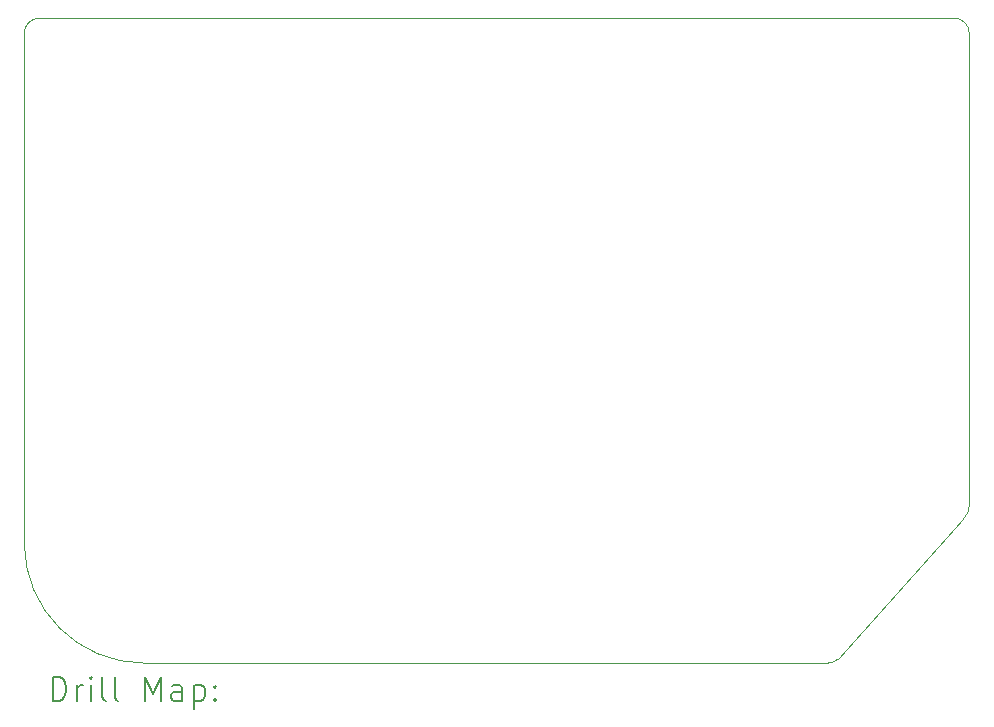
<source format=gbr>
%TF.GenerationSoftware,KiCad,Pcbnew,7.0.2-0*%
%TF.CreationDate,2023-05-27T13:50:35-05:00*%
%TF.ProjectId,CowPi-Shield,436f7750-692d-4536-9869-656c642e6b69,mk3b*%
%TF.SameCoordinates,Original*%
%TF.FileFunction,Drillmap*%
%TF.FilePolarity,Positive*%
%FSLAX45Y45*%
G04 Gerber Fmt 4.5, Leading zero omitted, Abs format (unit mm)*
G04 Created by KiCad (PCBNEW 7.0.2-0) date 2023-05-27 13:50:35*
%MOMM*%
%LPD*%
G01*
G04 APERTURE LIST*
%ADD10C,0.100000*%
%ADD11C,0.200000*%
G04 APERTURE END LIST*
D10*
X9779000Y-7874000D02*
G75*
G03*
X9652000Y-8001000I0J-127000D01*
G01*
X17602000Y-12118000D02*
X16544803Y-13297803D01*
X9652000Y-12319000D02*
X9652000Y-8001000D01*
X17653000Y-8001000D02*
X17654605Y-11991000D01*
X16455000Y-13335000D02*
X10668000Y-13335000D01*
X9652000Y-12319000D02*
G75*
G03*
X10668000Y-13335000I1016000J0D01*
G01*
X17653000Y-8001000D02*
G75*
G03*
X17526000Y-7874000I-127000J0D01*
G01*
X9779000Y-7874000D02*
X17526000Y-7874000D01*
X16455000Y-13335000D02*
G75*
G03*
X16544803Y-13297803I0J127000D01*
G01*
X17602000Y-12118000D02*
G75*
G03*
X17654605Y-11991000I-127000J127000D01*
G01*
D11*
X9894619Y-13652524D02*
X9894619Y-13452524D01*
X9894619Y-13452524D02*
X9942238Y-13452524D01*
X9942238Y-13452524D02*
X9970810Y-13462048D01*
X9970810Y-13462048D02*
X9989857Y-13481095D01*
X9989857Y-13481095D02*
X9999381Y-13500143D01*
X9999381Y-13500143D02*
X10008905Y-13538238D01*
X10008905Y-13538238D02*
X10008905Y-13566809D01*
X10008905Y-13566809D02*
X9999381Y-13604905D01*
X9999381Y-13604905D02*
X9989857Y-13623952D01*
X9989857Y-13623952D02*
X9970810Y-13643000D01*
X9970810Y-13643000D02*
X9942238Y-13652524D01*
X9942238Y-13652524D02*
X9894619Y-13652524D01*
X10094619Y-13652524D02*
X10094619Y-13519190D01*
X10094619Y-13557286D02*
X10104143Y-13538238D01*
X10104143Y-13538238D02*
X10113667Y-13528714D01*
X10113667Y-13528714D02*
X10132714Y-13519190D01*
X10132714Y-13519190D02*
X10151762Y-13519190D01*
X10218429Y-13652524D02*
X10218429Y-13519190D01*
X10218429Y-13452524D02*
X10208905Y-13462048D01*
X10208905Y-13462048D02*
X10218429Y-13471571D01*
X10218429Y-13471571D02*
X10227952Y-13462048D01*
X10227952Y-13462048D02*
X10218429Y-13452524D01*
X10218429Y-13452524D02*
X10218429Y-13471571D01*
X10342238Y-13652524D02*
X10323190Y-13643000D01*
X10323190Y-13643000D02*
X10313667Y-13623952D01*
X10313667Y-13623952D02*
X10313667Y-13452524D01*
X10447000Y-13652524D02*
X10427952Y-13643000D01*
X10427952Y-13643000D02*
X10418429Y-13623952D01*
X10418429Y-13623952D02*
X10418429Y-13452524D01*
X10675571Y-13652524D02*
X10675571Y-13452524D01*
X10675571Y-13452524D02*
X10742238Y-13595381D01*
X10742238Y-13595381D02*
X10808905Y-13452524D01*
X10808905Y-13452524D02*
X10808905Y-13652524D01*
X10989857Y-13652524D02*
X10989857Y-13547762D01*
X10989857Y-13547762D02*
X10980333Y-13528714D01*
X10980333Y-13528714D02*
X10961286Y-13519190D01*
X10961286Y-13519190D02*
X10923190Y-13519190D01*
X10923190Y-13519190D02*
X10904143Y-13528714D01*
X10989857Y-13643000D02*
X10970810Y-13652524D01*
X10970810Y-13652524D02*
X10923190Y-13652524D01*
X10923190Y-13652524D02*
X10904143Y-13643000D01*
X10904143Y-13643000D02*
X10894619Y-13623952D01*
X10894619Y-13623952D02*
X10894619Y-13604905D01*
X10894619Y-13604905D02*
X10904143Y-13585857D01*
X10904143Y-13585857D02*
X10923190Y-13576333D01*
X10923190Y-13576333D02*
X10970810Y-13576333D01*
X10970810Y-13576333D02*
X10989857Y-13566809D01*
X11085095Y-13519190D02*
X11085095Y-13719190D01*
X11085095Y-13528714D02*
X11104143Y-13519190D01*
X11104143Y-13519190D02*
X11142238Y-13519190D01*
X11142238Y-13519190D02*
X11161286Y-13528714D01*
X11161286Y-13528714D02*
X11170810Y-13538238D01*
X11170810Y-13538238D02*
X11180333Y-13557286D01*
X11180333Y-13557286D02*
X11180333Y-13614428D01*
X11180333Y-13614428D02*
X11170810Y-13633476D01*
X11170810Y-13633476D02*
X11161286Y-13643000D01*
X11161286Y-13643000D02*
X11142238Y-13652524D01*
X11142238Y-13652524D02*
X11104143Y-13652524D01*
X11104143Y-13652524D02*
X11085095Y-13643000D01*
X11266048Y-13633476D02*
X11275571Y-13643000D01*
X11275571Y-13643000D02*
X11266048Y-13652524D01*
X11266048Y-13652524D02*
X11256524Y-13643000D01*
X11256524Y-13643000D02*
X11266048Y-13633476D01*
X11266048Y-13633476D02*
X11266048Y-13652524D01*
X11266048Y-13528714D02*
X11275571Y-13538238D01*
X11275571Y-13538238D02*
X11266048Y-13547762D01*
X11266048Y-13547762D02*
X11256524Y-13538238D01*
X11256524Y-13538238D02*
X11266048Y-13528714D01*
X11266048Y-13528714D02*
X11266048Y-13547762D01*
M02*

</source>
